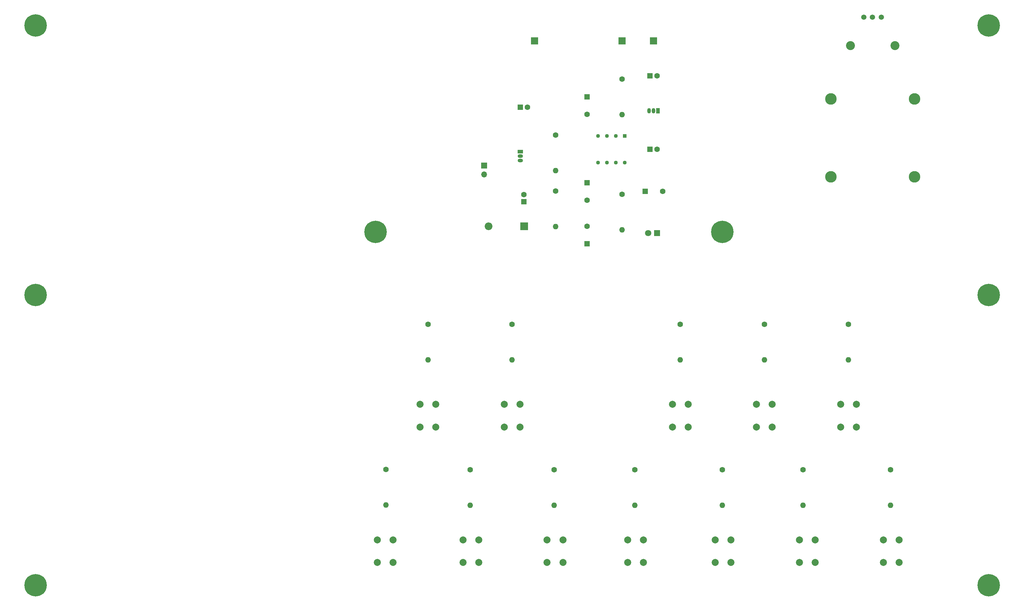
<source format=gbr>
%TF.GenerationSoftware,KiCad,Pcbnew,(7.0.0)*%
%TF.CreationDate,2023-06-26T15:27:43+02:00*%
%TF.ProjectId,Prj_3_Piano,50726a5f-335f-4506-9961-6e6f2e6b6963,v1.0*%
%TF.SameCoordinates,Original*%
%TF.FileFunction,Soldermask,Top*%
%TF.FilePolarity,Negative*%
%FSLAX46Y46*%
G04 Gerber Fmt 4.6, Leading zero omitted, Abs format (unit mm)*
G04 Created by KiCad (PCBNEW (7.0.0)) date 2023-06-26 15:27:43*
%MOMM*%
%LPD*%
G01*
G04 APERTURE LIST*
%ADD10C,6.400000*%
%ADD11C,1.600000*%
%ADD12O,1.600000X1.600000*%
%ADD13C,2.000000*%
%ADD14R,1.600000X1.600000*%
%ADD15R,1.500000X1.050000*%
%ADD16O,1.500000X1.050000*%
%ADD17R,2.200000X2.200000*%
%ADD18O,2.200000X2.200000*%
%ADD19R,2.000000X2.000000*%
%ADD20R,1.130000X1.130000*%
%ADD21C,1.130000*%
%ADD22R,1.050000X1.500000*%
%ADD23O,1.050000X1.500000*%
%ADD24R,1.800000X1.800000*%
%ADD25C,1.800000*%
%ADD26C,2.565400*%
%ADD27C,3.302000*%
%ADD28C,1.500000*%
%ADD29R,1.700000X1.700000*%
%ADD30O,1.700000X1.700000*%
G04 APERTURE END LIST*
D10*
%TO.C,REF\u002A\u002A*%
X412000000Y-249000000D03*
%TD*%
%TO.C,REF\u002A\u002A*%
X336000000Y-231000000D03*
%TD*%
%TO.C,REF\u002A\u002A*%
X237000000Y-231000000D03*
%TD*%
%TO.C,REF\u002A\u002A*%
X140000000Y-249000000D03*
%TD*%
D11*
%TO.C,R13*%
X348000000Y-257420000D03*
D12*
X347999999Y-267579999D03*
%TD*%
D11*
%TO.C,R1*%
X288379200Y-203274100D03*
D12*
X288379199Y-213434099D03*
%TD*%
D10*
%TO.C,REF\u002A\u002A*%
X412000000Y-332000000D03*
%TD*%
D11*
%TO.C,R8*%
X307379200Y-220274100D03*
D12*
X307379199Y-230434099D03*
%TD*%
D13*
%TO.C,SW5*%
X273750000Y-286750000D03*
X273750000Y-280250000D03*
X278250000Y-286750000D03*
X278250000Y-280250000D03*
%TD*%
D11*
%TO.C,R10*%
X311000000Y-299000000D03*
D12*
X310999999Y-309159999D03*
%TD*%
D14*
%TO.C,C7*%
X297379199Y-234354099D03*
D11*
X297379200Y-229354100D03*
%TD*%
D15*
%TO.C,Q1*%
X278379199Y-208084099D03*
D16*
X278379199Y-209354099D03*
X278379199Y-210624099D03*
%TD*%
D13*
%TO.C,SW2*%
X237500000Y-325500000D03*
X237500000Y-319000000D03*
X242000000Y-325500000D03*
X242000000Y-319000000D03*
%TD*%
D14*
%TO.C,C5*%
X297379199Y-192354099D03*
D11*
X297379200Y-197354100D03*
%TD*%
D14*
%TO.C,C8*%
X313976548Y-219354099D03*
D11*
X318976549Y-219354100D03*
%TD*%
%TO.C,R2*%
X288379200Y-219274100D03*
D12*
X288379199Y-229434099D03*
%TD*%
D13*
%TO.C,SW6*%
X286000000Y-325500000D03*
X286000000Y-319000000D03*
X290500000Y-325500000D03*
X290500000Y-319000000D03*
%TD*%
D17*
%TO.C,D1*%
X279459199Y-229354099D03*
D18*
X269299199Y-229354099D03*
%TD*%
D14*
%TO.C,C4*%
X297379199Y-216951448D03*
D11*
X297379200Y-221951449D03*
%TD*%
D10*
%TO.C,REF\u002A\u002A*%
X140000000Y-332000000D03*
%TD*%
D19*
%TO.C,TP2*%
X316379199Y-176354099D03*
%TD*%
D20*
%TO.C,IC1*%
X308189199Y-203544099D03*
D21*
X305649200Y-203544100D03*
X303109200Y-203544100D03*
X300569200Y-203544100D03*
X300569200Y-211164100D03*
X303109200Y-211164100D03*
X305649200Y-211164100D03*
X308189200Y-211164100D03*
%TD*%
D11*
%TO.C,R9*%
X288000000Y-299000000D03*
D12*
X287999999Y-309159999D03*
%TD*%
D14*
%TO.C,C6*%
X315379199Y-207354099D03*
D11*
X317379200Y-207354100D03*
%TD*%
D19*
%TO.C,TP3*%
X307379199Y-176354099D03*
%TD*%
D22*
%TO.C,U1*%
X317649199Y-196354099D03*
D23*
X316379199Y-196354099D03*
X315109199Y-196354099D03*
%TD*%
D13*
%TO.C,SW8*%
X321750000Y-286750000D03*
X321750000Y-280250000D03*
X326250000Y-286750000D03*
X326250000Y-280250000D03*
%TD*%
%TO.C,SW3*%
X249750000Y-286750000D03*
X249750000Y-280250000D03*
X254250000Y-286750000D03*
X254250000Y-280250000D03*
%TD*%
D11*
%TO.C,R5*%
X252000000Y-257420000D03*
D12*
X251999999Y-267579999D03*
%TD*%
D10*
%TO.C,REF\u002A\u002A*%
X140000000Y-172000000D03*
%TD*%
D11*
%TO.C,R6*%
X264000000Y-299000000D03*
D12*
X263999999Y-309159999D03*
%TD*%
D11*
%TO.C,R12*%
X336000000Y-299000000D03*
D12*
X335999999Y-309159999D03*
%TD*%
D24*
%TO.C,D2*%
X317379199Y-231354099D03*
D25*
X314839200Y-231354100D03*
%TD*%
D11*
%TO.C,R15*%
X372000000Y-257420000D03*
D12*
X371999999Y-267579999D03*
%TD*%
D10*
%TO.C,REF\u002A\u002A*%
X412000000Y-172000000D03*
%TD*%
D26*
%TO.C,BT1*%
X372562600Y-177760000D03*
X385262600Y-177760000D03*
D27*
X367000000Y-193000000D03*
X390825200Y-193000000D03*
X367000000Y-215225000D03*
X390825200Y-215225000D03*
%TD*%
D13*
%TO.C,SW4*%
X262000000Y-325500000D03*
X262000000Y-319000000D03*
X266500000Y-325500000D03*
X266500000Y-319000000D03*
%TD*%
%TO.C,SW10*%
X345750000Y-286750000D03*
X345750000Y-280250000D03*
X350250000Y-286750000D03*
X350250000Y-280250000D03*
%TD*%
%TO.C,SW11*%
X358000000Y-325500000D03*
X358000000Y-319000000D03*
X362500000Y-325500000D03*
X362500000Y-319000000D03*
%TD*%
%TO.C,SW7*%
X309000000Y-325500000D03*
X309000000Y-319000000D03*
X313500000Y-325500000D03*
X313500000Y-319000000D03*
%TD*%
%TO.C,SW13*%
X382000000Y-325500000D03*
X382000000Y-319000000D03*
X386500000Y-325500000D03*
X386500000Y-319000000D03*
%TD*%
D14*
%TO.C,C1*%
X279379199Y-222354099D03*
D11*
X279379200Y-220354100D03*
%TD*%
%TO.C,R7*%
X276000000Y-257420000D03*
D12*
X275999999Y-267579999D03*
%TD*%
D14*
%TO.C,C3*%
X315379199Y-186354099D03*
D11*
X317379200Y-186354100D03*
%TD*%
%TO.C,R16*%
X384000000Y-299000000D03*
D12*
X383999999Y-309159999D03*
%TD*%
D14*
%TO.C,C2*%
X278379199Y-195354099D03*
D11*
X280379200Y-195354100D03*
%TD*%
%TO.C,R14*%
X359000000Y-299000000D03*
D12*
X358999999Y-309159999D03*
%TD*%
D19*
%TO.C,TP1*%
X282379199Y-176354099D03*
%TD*%
D13*
%TO.C,SW12*%
X369750000Y-286750000D03*
X369750000Y-280250000D03*
X374250000Y-286750000D03*
X374250000Y-280250000D03*
%TD*%
D11*
%TO.C,R11*%
X324000000Y-257420000D03*
D12*
X323999999Y-267579999D03*
%TD*%
D28*
%TO.C,SW1*%
X381379200Y-169579100D03*
X378879200Y-169579100D03*
X376379200Y-169579100D03*
%TD*%
D11*
%TO.C,R3*%
X307379200Y-187274100D03*
D12*
X307379199Y-197434099D03*
%TD*%
D13*
%TO.C,SW9*%
X334000000Y-325500000D03*
X334000000Y-319000000D03*
X338500000Y-325500000D03*
X338500000Y-319000000D03*
%TD*%
D11*
%TO.C,R4*%
X240000000Y-298920000D03*
D12*
X239999999Y-309079999D03*
%TD*%
D29*
%TO.C,J1*%
X267999999Y-211999999D03*
D30*
X267999999Y-214539999D03*
%TD*%
M02*

</source>
